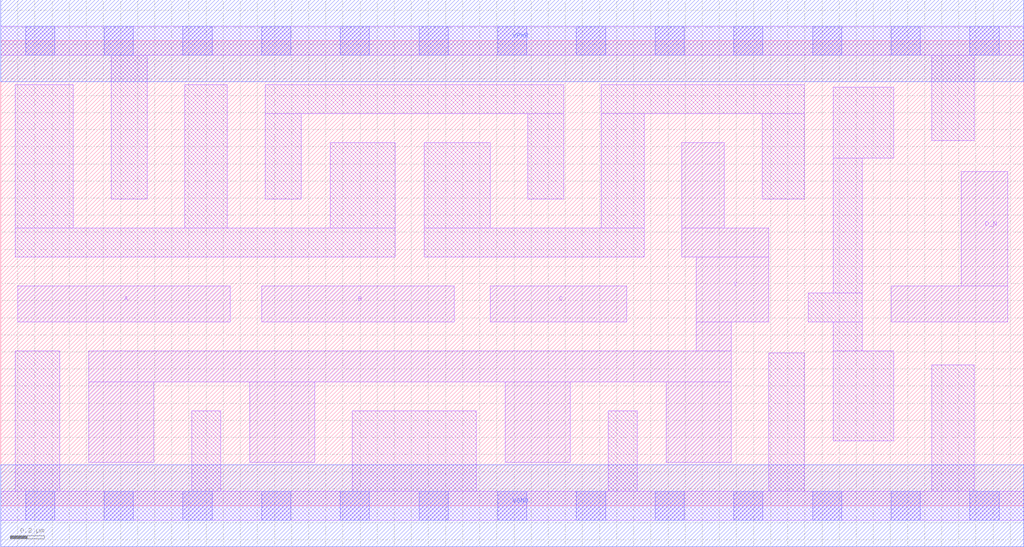
<source format=lef>
# Copyright 2020 The SkyWater PDK Authors
#
# Licensed under the Apache License, Version 2.0 (the "License");
# you may not use this file except in compliance with the License.
# You may obtain a copy of the License at
#
#     https://www.apache.org/licenses/LICENSE-2.0
#
# Unless required by applicable law or agreed to in writing, software
# distributed under the License is distributed on an "AS IS" BASIS,
# WITHOUT WARRANTIES OR CONDITIONS OF ANY KIND, either express or implied.
# See the License for the specific language governing permissions and
# limitations under the License.
#
# SPDX-License-Identifier: Apache-2.0

VERSION 5.7 ;
BUSBITCHARS "[]" ;
DIVIDERCHAR "/" ;
PROPERTYDEFINITIONS
  MACRO maskLayoutSubType STRING ;
  MACRO prCellType STRING ;
  MACRO originalViewName STRING ;
END PROPERTYDEFINITIONS
MACRO sky130_fd_sc_hdll__nor4b_2
  ORIGIN  0.000000  0.000000 ;
  CLASS CORE ;
  SYMMETRY X Y R90 ;
  SIZE  5.980000 BY  2.720000 ;
  SITE unithd ;
  PIN A
    ANTENNAGATEAREA  0.555000 ;
    DIRECTION INPUT ;
    USE SIGNAL ;
    PORT
      LAYER li1 ;
        RECT 0.100000 1.075000 1.340000 1.285000 ;
    END
  END A
  PIN B
    ANTENNAGATEAREA  0.555000 ;
    DIRECTION INPUT ;
    USE SIGNAL ;
    PORT
      LAYER li1 ;
        RECT 1.525000 1.075000 2.650000 1.285000 ;
    END
  END B
  PIN C
    ANTENNAGATEAREA  0.555000 ;
    DIRECTION INPUT ;
    USE SIGNAL ;
    PORT
      LAYER li1 ;
        RECT 2.860000 1.075000 3.660000 1.285000 ;
    END
  END C
  PIN D_N
    ANTENNAGATEAREA  0.138600 ;
    DIRECTION INPUT ;
    USE SIGNAL ;
    PORT
      LAYER li1 ;
        RECT 5.205000 1.075000 5.885000 1.285000 ;
        RECT 5.615000 1.285000 5.885000 1.955000 ;
    END
  END D_N
  PIN Y
    ANTENNADIFFAREA  1.219500 ;
    DIRECTION OUTPUT ;
    USE SIGNAL ;
    PORT
      LAYER li1 ;
        RECT 0.515000 0.255000 0.895000 0.725000 ;
        RECT 0.515000 0.725000 4.270000 0.905000 ;
        RECT 1.455000 0.255000 1.835000 0.725000 ;
        RECT 2.950000 0.255000 3.330000 0.725000 ;
        RECT 3.890000 0.255000 4.270000 0.725000 ;
        RECT 3.980000 1.455000 4.490000 1.625000 ;
        RECT 3.980000 1.625000 4.230000 2.125000 ;
        RECT 4.065000 0.905000 4.270000 1.075000 ;
        RECT 4.065000 1.075000 4.490000 1.455000 ;
    END
  END Y
  PIN VGND
    DIRECTION INOUT ;
    USE GROUND ;
    PORT
      LAYER met1 ;
        RECT 0.000000 -0.240000 5.980000 0.240000 ;
    END
  END VGND
  PIN VNB
    DIRECTION INOUT ;
    USE GROUND ;
    PORT
    END
  END VNB
  PIN VPB
    DIRECTION INOUT ;
    USE POWER ;
    PORT
    END
  END VPB
  PIN VPWR
    DIRECTION INOUT ;
    USE POWER ;
    PORT
      LAYER met1 ;
        RECT 0.000000 2.480000 5.980000 2.960000 ;
    END
  END VPWR
  OBS
    LAYER li1 ;
      RECT 0.000000 -0.085000 5.980000 0.085000 ;
      RECT 0.000000  2.635000 5.980000 2.805000 ;
      RECT 0.085000  0.085000 0.345000 0.905000 ;
      RECT 0.085000  1.455000 2.305000 1.625000 ;
      RECT 0.085000  1.625000 0.425000 2.465000 ;
      RECT 0.645000  1.795000 0.855000 2.635000 ;
      RECT 1.075000  1.625000 1.325000 2.465000 ;
      RECT 1.115000  0.085000 1.285000 0.555000 ;
      RECT 1.545000  1.795000 1.755000 2.295000 ;
      RECT 1.545000  2.295000 3.290000 2.465000 ;
      RECT 1.925000  1.625000 2.305000 2.125000 ;
      RECT 2.055000  0.085000 2.780000 0.555000 ;
      RECT 2.475000  1.455000 3.760000 1.625000 ;
      RECT 2.475000  1.625000 2.860000 2.125000 ;
      RECT 3.080000  1.795000 3.290000 2.295000 ;
      RECT 3.510000  1.625000 3.760000 2.295000 ;
      RECT 3.510000  2.295000 4.695000 2.465000 ;
      RECT 3.550000  0.085000 3.720000 0.555000 ;
      RECT 4.450000  1.795000 4.695000 2.295000 ;
      RECT 4.490000  0.085000 4.695000 0.895000 ;
      RECT 4.720000  1.075000 5.035000 1.245000 ;
      RECT 4.865000  0.380000 5.220000 0.905000 ;
      RECT 4.865000  0.905000 5.035000 1.075000 ;
      RECT 4.865000  1.245000 5.035000 2.035000 ;
      RECT 4.865000  2.035000 5.220000 2.450000 ;
      RECT 5.440000  0.085000 5.690000 0.825000 ;
      RECT 5.440000  2.135000 5.690000 2.635000 ;
    LAYER mcon ;
      RECT 0.145000 -0.085000 0.315000 0.085000 ;
      RECT 0.145000  2.635000 0.315000 2.805000 ;
      RECT 0.605000 -0.085000 0.775000 0.085000 ;
      RECT 0.605000  2.635000 0.775000 2.805000 ;
      RECT 1.065000 -0.085000 1.235000 0.085000 ;
      RECT 1.065000  2.635000 1.235000 2.805000 ;
      RECT 1.525000 -0.085000 1.695000 0.085000 ;
      RECT 1.525000  2.635000 1.695000 2.805000 ;
      RECT 1.985000 -0.085000 2.155000 0.085000 ;
      RECT 1.985000  2.635000 2.155000 2.805000 ;
      RECT 2.445000 -0.085000 2.615000 0.085000 ;
      RECT 2.445000  2.635000 2.615000 2.805000 ;
      RECT 2.905000 -0.085000 3.075000 0.085000 ;
      RECT 2.905000  2.635000 3.075000 2.805000 ;
      RECT 3.365000 -0.085000 3.535000 0.085000 ;
      RECT 3.365000  2.635000 3.535000 2.805000 ;
      RECT 3.825000 -0.085000 3.995000 0.085000 ;
      RECT 3.825000  2.635000 3.995000 2.805000 ;
      RECT 4.285000 -0.085000 4.455000 0.085000 ;
      RECT 4.285000  2.635000 4.455000 2.805000 ;
      RECT 4.745000 -0.085000 4.915000 0.085000 ;
      RECT 4.745000  2.635000 4.915000 2.805000 ;
      RECT 5.205000 -0.085000 5.375000 0.085000 ;
      RECT 5.205000  2.635000 5.375000 2.805000 ;
      RECT 5.665000 -0.085000 5.835000 0.085000 ;
      RECT 5.665000  2.635000 5.835000 2.805000 ;
  END
  PROPERTY maskLayoutSubType "abstract" ;
  PROPERTY prCellType "standard" ;
  PROPERTY originalViewName "layout" ;
END sky130_fd_sc_hdll__nor4b_2
END LIBRARY

</source>
